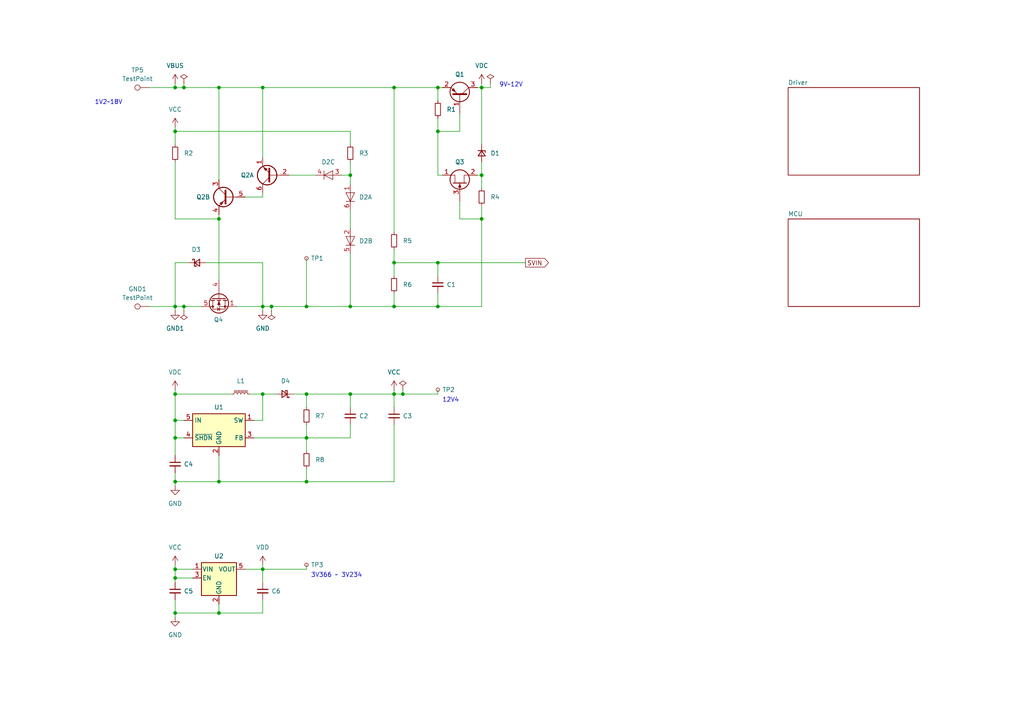
<source format=kicad_sch>
(kicad_sch (version 20231120) (generator "eeschema") (generator_version "8.0")
  (paper "A4")
  (title_block (title "ECOM ESC") (date "2023-11-07") (rev "1.0") (company "ECOM"))
  (lib_symbols
    (symbol "Connector:TestPoint" (pin_numbers hide) (pin_names (offset 0.762) hide)
      (property "Reference" "TP" (at 0 6.858 0))
      (property "Value" "TestPoint" (at 0 5.08 0))
      (symbol "TestPoint_0_1"
        (circle (center 0 3.302) (radius 0.762))
      )
      (symbol "TestPoint_1_1"
        (pin passive line (at 0 0 90) (length 2.54) (name "1") (number "1"))
      )
    )
    (symbol "Connector:TestPoint_Small" (pin_numbers hide) (pin_names (offset 0.762) hide)
      (property "Reference" "TP" (at 0 3.81 0))
      (property "Value" "TestPoint_Small" (at 0 2.032 0))
      (symbol "TestPoint_Small_0_1"
        (circle (center 0 0) (radius 0.508))
      )
      (symbol "TestPoint_Small_1_1"
        (pin passive line (at 0 0 90) (length 0) (name "1") (number "1"))
      )
    )
    (symbol "Device:Q_PNP_BEC" (pin_names (offset 0) hide)
      (property "Reference" "Q" (at 5.08 1.27 0))
      (property "Value" "Q_PNP_BEC" (at 5.08 -1.27 0))
      (symbol "Q_PNP_BEC_0_1"
        (polyline (pts (xy 0.635 0.635) (xy 2.54 2.54)))
        (polyline (pts (xy 0.635 -0.635) (xy 2.54 -2.54) (xy 2.54 -2.54)))
        (polyline (pts (xy 0.635 1.905) (xy 0.635 -1.905) (xy 0.635 -1.905)) (stroke (width 0.508)))
        (polyline (pts (xy 2.286 -1.778) (xy 1.778 -2.286) (xy 1.27 -1.27) (xy 2.286 -1.778) (xy 2.286 -1.778)) (fill (type outline)))
        (circle (center 1.27 0) (radius 2.8194) (stroke (width 0.254)))
      )
      (symbol "Q_PNP_BEC_1_1"
        (pin input line (at -5.08 0 0) (length 5.715) (name "B") (number "1"))
        (pin passive line (at 2.54 -5.08 90) (length 2.54) (name "E") (number "2"))
        (pin passive line (at 2.54 5.08 270) (length 2.54) (name "C") (number "3"))
      )
    )
    (symbol "LibProj:AP2204K-3.3" (pin_names (offset 0.254))
      (property "Reference" "U" (at -5.08 5.715 0))
      (property "Value" "AP2204K-3.3" (at 0 5.715 0))
      (symbol "AP2204K-3.3_0_1"
        (rectangle (start -5.08 4.445) (end 5.08 -5.08) (stroke (width 0.254)) (fill (type background)))
      )
      (symbol "AP2204K-3.3_1_1"
        (pin power_in line (at -7.62 2.54 0) (length 2.54) (name "VIN") (number "1"))
        (pin power_in line (at 0 -7.62 90) (length 2.54) (name "GND") (number "2"))
        (pin input line (at -7.62 0 0) (length 2.54) (name "EN") (number "3"))
        (pin no_connect line (at 5.08 0 180) (length 2.54) hide (name "NC") (number "4"))
        (pin power_out line (at 7.62 2.54 180) (length 2.54) (name "VOUT") (number "5"))
      )
    )
    (symbol "LibProj:AP3012"
      (property "Reference" "U" (at -7.62 5.715 0))
      (property "Value" "AP3012" (at 0 5.715 0))
      (symbol "AP3012_0_1"
        (rectangle (start -7.62 4.445) (end 7.62 -5.08) (stroke (width 0.254)) (fill (type background)))
      )
      (symbol "AP3012_1_1"
        (pin passive line (at 10.16 2.54 180) (length 2.54) (name "SW") (number "1"))
        (pin power_in line (at 0 -7.62 90) (length 2.54) (name "GND") (number "2"))
        (pin input line (at 10.16 -2.54 180) (length 2.54) (name "FB") (number "3"))
        (pin input line (at -10.16 -2.54 0) (length 2.54) (name "~{SHDN}") (number "4"))
        (pin power_in line (at -10.16 2.54 0) (length 2.54) (name "IN") (number "5"))
      )
    )
    (symbol "LibProj:CSD17578Q5A" (pin_names hide)
      (property "Reference" "Q" (at 5.08 1.905 0))
      (property "Value" "CSD17578Q5A" (at 5.08 0 0))
      (symbol "CSD17578Q5A_0_1"
        (polyline (pts (xy 0.254 0) (xy -2.54 0)))
        (polyline (pts (xy 0.254 1.905) (xy 0.254 -1.905)) (stroke (width 0.254)))
        (polyline (pts (xy 0.762 -1.27) (xy 0.762 -2.286)) (stroke (width 0.254)))
        (polyline (pts (xy 0.762 0.508) (xy 0.762 -0.508)) (stroke (width 0.254)))
        (polyline (pts (xy 0.762 2.286) (xy 0.762 1.27)) (stroke (width 0.254)))
        (polyline (pts (xy 2.54 2.54) (xy 2.54 1.778)))
        (polyline (pts (xy 2.54 -2.54) (xy 2.54 0) (xy 0.762 0)))
        (polyline (pts (xy 0.762 -1.778) (xy 3.302 -1.778) (xy 3.302 1.778) (xy 0.762 1.778)))
        (polyline (pts (xy 1.016 0) (xy 2.032 0.381) (xy 2.032 -0.381) (xy 1.016 0)) (fill (type outline)))
        (polyline (pts (xy 2.794 0.508) (xy 2.921 0.381) (xy 3.683 0.381) (xy 3.81 0.254)))
        (polyline (pts (xy 3.302 0.381) (xy 2.921 -0.254) (xy 3.683 -0.254) (xy 3.302 0.381)))
        (circle (center 1.651 0) (radius 2.794) (stroke (width 0.254)))
        (circle (center 2.54 -1.778) (radius 0.254) (fill (type outline)))
        (circle (center 2.54 1.778) (radius 0.254) (fill (type outline)))
      )
      (symbol "CSD17578Q5A_1_1"
        (pin passive line (at 2.54 -5.08 90) (length 2.54) (name "S") (number "1"))
        (pin passive line (at 2.54 -5.08 90) (length 2.54) hide (name "S") (number "2"))
        (pin passive line (at 2.54 -5.08 90) (length 2.54) hide (name "S") (number "3"))
        (pin passive line (at -5.08 0 0) (length 2.54) (name "G") (number "4"))
        (pin passive line (at 2.54 5.08 270) (length 2.54) (name "D") (number "5"))
      )
    )
    (symbol "LibProj:C_Small" (pin_numbers hide) (pin_names (offset 0.254) hide)
      (property "Reference" "C" (at 0.254 1.778 0))
      (property "Value" "C_Small" (at 0.254 -2.032 0))
      (symbol "C_Small_0_1"
        (polyline (pts (xy -1.524 -0.508) (xy 1.524 -0.508)) (stroke (width 0.3302)))
        (polyline (pts (xy -1.524 0.508) (xy 1.524 0.508)) (stroke (width 0.3048)))
      )
      (symbol "C_Small_1_1"
        (pin passive line (at 0 2.54 270) (length 2.032) (name "~") (number "1"))
        (pin passive line (at 0 -2.54 90) (length 2.032) (name "~") (number "2"))
      )
    )
    (symbol "LibProj:D_Schottky_Small" (pin_numbers hide) (pin_names (offset 0.254) hide)
      (property "Reference" "D" (at -1.27 2.032 0))
      (property "Value" "D_Schottky_Small" (at -7.112 -2.032 0))
      (symbol "D_Schottky_Small_0_1"
        (polyline (pts (xy -0.762 0) (xy 0.762 0)))
        (polyline (pts (xy 0.762 -1.016) (xy -0.762 0) (xy 0.762 1.016) (xy 0.762 -1.016)) (stroke (width 0.254)))
        (polyline (pts (xy -1.27 0.762) (xy -1.27 1.016) (xy -0.762 1.016) (xy -0.762 -1.016) (xy -0.254 -1.016) (xy -0.254 -0.762)) (stroke (width 0.254)))
      )
      (symbol "D_Schottky_Small_1_1"
        (pin passive line (at -2.54 0 0) (length 1.778) (name "K") (number "1"))
        (pin passive line (at 2.54 0 180) (length 1.778) (name "A") (number "2"))
      )
    )
    (symbol "LibProj:D_Zener_Small" (pin_numbers hide) (pin_names (offset 0.254) hide)
      (property "Reference" "D" (at 0 2.286 0))
      (property "Value" "D_Zener_Small" (at 0 -2.286 0))
      (symbol "D_Zener_Small_0_1"
        (polyline (pts (xy 0.762 0) (xy -0.762 0)))
        (polyline (pts (xy -0.254 1.016) (xy -0.762 1.016) (xy -0.762 -1.016)) (stroke (width 0.254)))
        (polyline (pts (xy 0.762 1.016) (xy -0.762 0) (xy 0.762 -1.016) (xy 0.762 1.016)) (stroke (width 0.254)))
      )
      (symbol "D_Zener_Small_1_1"
        (pin passive line (at -2.54 0 0) (length 1.778) (name "K") (number "1"))
        (pin passive line (at 2.54 0 180) (length 1.778) (name "A") (number "2"))
      )
    )
    (symbol "LibProj:L_Ferrite_Small" (pin_numbers hide) (pin_names (offset 0.254) hide)
      (property "Reference" "L" (at 1.27 1.016 0))
      (property "Value" "L_Ferrite_Small" (at 1.27 -1.27 0))
      (symbol "L_Ferrite_Small_0_1"
        (arc (start 0 -2.032) (mid 0.5058 -1.524) (end 0 -1.016))
        (arc (start 0 -1.016) (mid 0.5058 -0.508) (end 0 0))
        (polyline (pts (xy 0.762 -1.905) (xy 0.762 -1.651)))
        (polyline (pts (xy 0.762 -1.397) (xy 0.762 -1.143)))
        (polyline (pts (xy 0.762 -0.889) (xy 0.762 -0.635)))
        (polyline (pts (xy 0.762 -0.381) (xy 0.762 -0.127)))
        (polyline (pts (xy 0.762 0.127) (xy 0.762 0.381)))
        (polyline (pts (xy 0.762 0.635) (xy 0.762 0.889)))
        (polyline (pts (xy 0.762 1.143) (xy 0.762 1.397)))
        (polyline (pts (xy 0.762 1.651) (xy 0.762 1.905)))
        (polyline (pts (xy 1.016 -1.651) (xy 1.016 -1.905)))
        (polyline (pts (xy 1.016 -1.143) (xy 1.016 -1.397)))
        (polyline (pts (xy 1.016 -0.635) (xy 1.016 -0.889)))
        (polyline (pts (xy 1.016 -0.127) (xy 1.016 -0.381)))
        (polyline (pts (xy 1.016 0.381) (xy 1.016 0.127)))
        (polyline (pts (xy 1.016 0.889) (xy 1.016 0.635)))
        (polyline (pts (xy 1.016 1.397) (xy 1.016 1.143)))
        (polyline (pts (xy 1.016 1.905) (xy 1.016 1.651)))
        (arc (start 0 0) (mid 0.5058 0.508) (end 0 1.016))
        (arc (start 0 1.016) (mid 0.5058 1.524) (end 0 2.032))
      )
      (symbol "L_Ferrite_Small_1_1"
        (pin passive line (at 0 2.54 270) (length 0.508) (name "~") (number "1"))
        (pin passive line (at 0 -2.54 90) (length 0.508) (name "~") (number "2"))
      )
    )
    (symbol "LibProj:MMBD4448HTW" (pin_names (offset 1.016) hide)
      (property "Reference" "D" (at 0 2.54 0))
      (property "Value" "MMBD4448HTW" (at 0 -2.54 0))
      (symbol "MMBD4448HTW_0_1"
        (polyline (pts (xy -1.27 1.27) (xy -1.27 -1.27)) (stroke (width 0.1524)))
        (polyline (pts (xy 1.27 0) (xy -1.27 0)))
        (polyline (pts (xy 1.27 1.27) (xy 1.27 -1.27)))
        (polyline (pts (xy 1.27 1.27) (xy -1.27 0) (xy 1.27 -1.27)))
      )
      (symbol "MMBD4448HTW_1_1"
        (pin passive line (at 3.81 0 180) (length 2.54) (name "A") (number "1"))
        (pin passive line (at -3.81 0 0) (length 2.54) (name "K") (number "6"))
      )
      (symbol "MMBD4448HTW_2_1"
        (pin passive line (at 3.81 0 180) (length 2.54) (name "A") (number "2"))
        (pin passive line (at -3.81 0 0) (length 2.54) (name "K") (number "5"))
      )
      (symbol "MMBD4448HTW_3_1"
        (pin passive line (at 3.81 0 180) (length 2.54) (name "A") (number "3"))
        (pin passive line (at -3.81 0 0) (length 2.54) (name "K") (number "4"))
      )
    )
    (symbol "LibProj:Q_Dual_NPN_PNP_E1B1C2E2B2C1" (pin_names (offset 0) hide)
      (property "Reference" "Q" (at 5.08 1.27 0))
      (property "Value" "Q_Dual_NPN_PNP_E1B1C2E2B2C1" (at 5.08 -1.27 0))
      (symbol "Q_Dual_NPN_PNP_E1B1C2E2B2C1_0_1"
        (polyline (pts (xy 0.635 0) (xy -2.54 0)))
        (circle (center 1.27 0) (radius 2.8194) (stroke (width 0.254)))
        (circle (center 1.27 0) (radius 2.8194) (stroke (width 0.254)))
      )
      (symbol "Q_Dual_NPN_PNP_E1B1C2E2B2C1_1_1"
        (polyline (pts (xy 0.635 0.635) (xy 2.54 2.54)))
        (polyline (pts (xy 0.635 -0.635) (xy 2.54 -2.54) (xy 2.54 -2.54)))
        (polyline (pts (xy 0.635 1.905) (xy 0.635 -1.905) (xy 0.635 -1.905)) (stroke (width 0.508)))
        (polyline (pts (xy 1.27 -1.778) (xy 1.778 -1.27) (xy 2.286 -2.286) (xy 1.27 -1.778) (xy 1.27 -1.778)) (fill (type outline)))
        (pin passive line (at 2.54 -5.08 90) (length 2.54) (name "E1") (number "1"))
        (pin input line (at -5.08 0 0) (length 2.54) (name "B1") (number "2"))
        (pin passive line (at 2.54 5.08 270) (length 2.54) (name "C1") (number "6"))
      )
      (symbol "Q_Dual_NPN_PNP_E1B1C2E2B2C1_2_1"
        (polyline (pts (xy 0.635 0.635) (xy 2.54 2.54)))
        (polyline (pts (xy 0.635 -0.635) (xy 2.54 -2.54) (xy 2.54 -2.54)))
        (polyline (pts (xy 0.635 1.905) (xy 0.635 -1.905) (xy 0.635 -1.905)) (stroke (width 0.508)))
        (polyline (pts (xy 2.286 -1.778) (xy 1.778 -2.286) (xy 1.27 -1.27) (xy 2.286 -1.778) (xy 2.286 -1.778)) (fill (type outline)))
        (pin passive line (at 2.54 5.08 270) (length 2.54) (name "C2") (number "3"))
        (pin passive line (at 2.54 -5.08 90) (length 2.54) (name "E2") (number "4"))
        (pin input line (at -5.08 0 0) (length 2.54) (name "B2") (number "5"))
      )
    )
    (symbol "LibProj:Q_NJFET_DSG" (pin_names (offset 0) hide)
      (property "Reference" "Q" (at 5.08 1.27 0))
      (property "Value" "Q_NJFET_DSG" (at 5.08 -1.27 0))
      (symbol "Q_NJFET_DSG_0_1"
        (polyline (pts (xy 0.254 1.905) (xy 0.254 -1.905) (xy 0.254 -1.905)) (stroke (width 0.254)))
        (polyline (pts (xy 2.54 -2.54) (xy 2.54 -1.27) (xy 0.254 -1.27)))
        (polyline (pts (xy 2.54 2.54) (xy 2.54 1.397) (xy 0.254 1.397)))
        (polyline (pts (xy 0 0) (xy -1.016 0.381) (xy -1.016 -0.381) (xy 0 0)) (fill (type outline)))
        (circle (center 1.27 0) (radius 2.8194) (stroke (width 0.254)))
      )
      (symbol "Q_NJFET_DSG_1_1"
        (pin passive line (at 2.54 5.08 270) (length 2.54) (name "D") (number "1"))
        (pin passive line (at 2.54 -5.08 90) (length 2.54) (name "S") (number "2"))
        (pin input line (at -5.08 0 0) (length 5.334) (name "G") (number "3"))
      )
    )
    (symbol "LibProj:R_Small" (pin_numbers hide) (pin_names (offset 0.254) hide)
      (property "Reference" "R" (at 0.762 0.508 0))
      (property "Value" "R_Small" (at 0.762 -1.016 0))
      (symbol "R_Small_0_1"
        (rectangle (start -0.762 1.778) (end 0.762 -1.778) (stroke (width 0.2032)))
      )
      (symbol "R_Small_1_1"
        (pin passive line (at 0 2.54 270) (length 0.762) (name "~") (number "1"))
        (pin passive line (at 0 -2.54 90) (length 0.762) (name "~") (number "2"))
      )
    )
    (symbol "power:GND" (power) (pin_numbers hide) (pin_names (offset 0) hide)
      (property "Value" "GND" (at 0 -3.81 0))
      (symbol "GND_0_1"
        (polyline (pts (xy 0 0) (xy 0 -1.27) (xy 1.27 -1.27) (xy 0 -2.54) (xy -1.27 -1.27) (xy 0 -1.27)))
      )
      (symbol "GND_1_1"
        (pin power_in line (at 0 0 270) (length 0) (name "~") (number "1"))
      )
    )
    (symbol "power:GND1" (power) (pin_numbers hide) (pin_names (offset 0) hide)
      (property "Value" "GND1" (at 0 -3.81 0))
      (symbol "GND1_0_1"
        (polyline (pts (xy 0 0) (xy 0 -1.27) (xy 1.27 -1.27) (xy 0 -2.54) (xy -1.27 -1.27) (xy 0 -1.27)))
      )
      (symbol "GND1_1_1"
        (pin power_in line (at 0 0 270) (length 0) (name "~") (number "1"))
      )
    )
    (symbol "power:PWR_FLAG" (power) (pin_numbers hide) (pin_names (offset 0) hide)
      (property "Value" "PWR_FLAG" (at 0 3.81 0))
      (symbol "PWR_FLAG_0_0"
        (pin power_out line (at 0 0 90) (length 0) (name "~") (number "1"))
      )
      (symbol "PWR_FLAG_0_1"
        (polyline (pts (xy 0 0) (xy 0 1.27) (xy -1.016 1.905) (xy 0 2.54) (xy 1.016 1.905) (xy 0 1.27)))
      )
    )
    (symbol "power:VBUS" (power) (pin_numbers hide) (pin_names (offset 0) hide)
      (property "Value" "VBUS" (at 0 3.556 0))
      (symbol "VBUS_0_1"
        (polyline (pts (xy -0.762 1.27) (xy 0 2.54)))
        (polyline (pts (xy 0 0) (xy 0 2.54)))
        (polyline (pts (xy 0 2.54) (xy 0.762 1.27)))
      )
      (symbol "VBUS_1_1"
        (pin power_in line (at 0 0 90) (length 0) (name "~") (number "1"))
      )
    )
    (symbol "power:VCC" (power) (pin_numbers hide) (pin_names (offset 0) hide)
      (property "Value" "VCC" (at 0 3.556 0))
      (symbol "VCC_0_1"
        (polyline (pts (xy -0.762 1.27) (xy 0 2.54)))
        (polyline (pts (xy 0 0) (xy 0 2.54)))
        (polyline (pts (xy 0 2.54) (xy 0.762 1.27)))
      )
      (symbol "VCC_1_1"
        (pin power_in line (at 0 0 90) (length 0) (name "~") (number "1"))
      )
    )
    (symbol "power:VDC" (power) (pin_numbers hide) (pin_names (offset 0) hide)
      (property "Value" "VDC" (at 0 3.556 0))
      (symbol "VDC_0_1"
        (polyline (pts (xy -0.762 1.27) (xy 0 2.54)))
        (polyline (pts (xy 0 0) (xy 0 2.54)))
        (polyline (pts (xy 0 2.54) (xy 0.762 1.27)))
      )
      (symbol "VDC_1_1"
        (pin power_in line (at 0 0 90) (length 0) (name "~") (number "1"))
      )
    )
    (symbol "power:VDD" (power) (pin_numbers hide) (pin_names (offset 0) hide)
      (property "Value" "VDD" (at 0 3.556 0))
      (symbol "VDD_0_1"
        (polyline (pts (xy -0.762 1.27) (xy 0 2.54)))
        (polyline (pts (xy 0 0) (xy 0 2.54)))
        (polyline (pts (xy 0 2.54) (xy 0.762 1.27)))
      )
      (symbol "VDD_1_1"
        (pin power_in line (at 0 0 90) (length 0) (name "~") (number "1"))
      )
    )
  )
  (junction (at 88.9 127))
  (junction (at 50.8 139.7))
  (junction (at 127 25.4))
  (junction (at 139.7 50.8))
  (junction (at 76.2 114.3))
  (junction (at 127 76.2))
  (junction (at 127 38.1))
  (junction (at 53.34 25.4))
  (junction (at 127 88.9))
  (junction (at 53.34 88.9))
  (junction (at 50.8 177.8))
  (junction (at 88.9 88.9))
  (junction (at 116.84 114.3))
  (junction (at 88.9 139.7))
  (junction (at 114.3 88.9))
  (junction (at 63.5 139.7))
  (junction (at 76.2 88.9))
  (junction (at 50.8 38.1))
  (junction (at 50.8 114.3))
  (junction (at 114.3 76.2))
  (junction (at 50.8 167.64))
  (junction (at 76.2 25.4))
  (junction (at 101.6 114.3))
  (junction (at 50.8 88.9))
  (junction (at 76.2 165.1))
  (junction (at 50.8 121.92))
  (junction (at 114.3 25.4))
  (junction (at 78.74 88.9))
  (junction (at 50.8 127))
  (junction (at 101.6 50.8))
  (junction (at 63.5 177.8))
  (junction (at 101.6 88.9))
  (junction (at 88.9 114.3))
  (junction (at 50.8 25.4))
  (junction (at 139.7 25.4))
  (junction (at 114.3 114.3))
  (junction (at 63.5 63.5))
  (junction (at 63.5 25.4))
  (junction (at 50.8 165.1))
  (junction (at 139.7 63.5))
  (wire (pts (xy 50.8 177.8) (xy 50.8 173.99)))
  (wire (pts (xy 114.3 76.2) (xy 114.3 80.01)))
  (wire (pts (xy 50.8 137.16) (xy 50.8 139.7)))
  (wire (pts (xy 50.8 63.5) (xy 63.5 63.5)))
  (wire (pts (xy 101.6 118.11) (xy 101.6 114.3)))
  (wire (pts (xy 88.9 88.9) (xy 101.6 88.9)))
  (wire (pts (xy 43.18 88.9) (xy 50.8 88.9)))
  (wire (pts (xy 101.6 50.8) (xy 101.6 53.34)))
  (wire (pts (xy 72.39 114.3) (xy 76.2 114.3)))
  (wire (pts (xy 114.3 88.9) (xy 127 88.9)))
  (wire (pts (xy 78.74 88.9) (xy 88.9 88.9)))
  (wire (pts (xy 50.8 25.4) (xy 53.34 25.4)))
  (wire (pts (xy 53.34 24.13) (xy 53.34 25.4)))
  (wire (pts (xy 114.3 123.19) (xy 114.3 139.7)))
  (wire (pts (xy 114.3 85.09) (xy 114.3 88.9)))
  (wire (pts (xy 50.8 76.2) (xy 50.8 88.9)))
  (wire (pts (xy 68.58 88.9) (xy 76.2 88.9)))
  (wire (pts (xy 76.2 177.8) (xy 63.5 177.8)))
  (wire (pts (xy 76.2 173.99) (xy 76.2 177.8)))
  (wire (pts (xy 127 113.03) (xy 127 114.3)))
  (wire (pts (xy 50.8 25.4) (xy 50.8 24.13)))
  (wire (pts (xy 101.6 73.66) (xy 101.6 88.9)))
  (wire (pts (xy 88.9 135.89) (xy 88.9 139.7)))
  (wire (pts (xy 71.12 57.15) (xy 76.2 57.15)))
  (wire (pts (xy 63.5 177.8) (xy 50.8 177.8)))
  (wire (pts (xy 133.35 33.02) (xy 133.35 38.1)))
  (wire (pts (xy 133.35 58.42) (xy 133.35 63.5)))
  (wire (pts (xy 73.66 127) (xy 88.9 127)))
  (wire (pts (xy 50.8 167.64) (xy 55.88 167.64)))
  (wire (pts (xy 76.2 25.4) (xy 114.3 25.4)))
  (wire (pts (xy 50.8 88.9) (xy 53.34 88.9)))
  (wire (pts (xy 142.24 24.13) (xy 142.24 25.4)))
  (wire (pts (xy 127 38.1) (xy 127 50.8)))
  (wire (pts (xy 114.3 76.2) (xy 127 76.2)))
  (wire (pts (xy 50.8 165.1) (xy 50.8 167.64)))
  (wire (pts (xy 114.3 139.7) (xy 88.9 139.7)))
  (wire (pts (xy 50.8 46.99) (xy 50.8 63.5)))
  (wire (pts (xy 101.6 123.19) (xy 101.6 127)))
  (wire (pts (xy 50.8 36.83) (xy 50.8 38.1)))
  (wire (pts (xy 142.24 25.4) (xy 139.7 25.4)))
  (wire (pts (xy 76.2 165.1) (xy 88.9 165.1)))
  (wire (pts (xy 43.18 25.4) (xy 50.8 25.4)))
  (wire (pts (xy 50.8 177.8) (xy 50.8 179.07)))
  (wire (pts (xy 63.5 25.4) (xy 63.5 52.07)))
  (wire (pts (xy 139.7 54.61) (xy 139.7 50.8)))
  (wire (pts (xy 139.7 63.5) (xy 139.7 88.9)))
  (wire (pts (xy 127 34.29) (xy 127 38.1)))
  (wire (pts (xy 128.27 50.8) (xy 127 50.8)))
  (wire (pts (xy 50.8 38.1) (xy 101.6 38.1)))
  (wire (pts (xy 53.34 127) (xy 50.8 127)))
  (wire (pts (xy 139.7 46.99) (xy 139.7 50.8)))
  (wire (pts (xy 76.2 45.72) (xy 76.2 25.4)))
  (wire (pts (xy 139.7 25.4) (xy 139.7 41.91)))
  (wire (pts (xy 50.8 121.92) (xy 53.34 121.92)))
  (wire (pts (xy 139.7 59.69) (xy 139.7 63.5)))
  (wire (pts (xy 116.84 114.3) (xy 114.3 114.3)))
  (wire (pts (xy 63.5 63.5) (xy 63.5 81.28)))
  (wire (pts (xy 78.74 88.9) (xy 78.74 90.17)))
  (wire (pts (xy 139.7 25.4) (xy 138.43 25.4)))
  (wire (pts (xy 127 88.9) (xy 139.7 88.9)))
  (wire (pts (xy 88.9 114.3) (xy 101.6 114.3)))
  (wire (pts (xy 76.2 25.4) (xy 63.5 25.4)))
  (wire (pts (xy 71.12 165.1) (xy 76.2 165.1)))
  (wire (pts (xy 114.3 118.11) (xy 114.3 114.3)))
  (wire (pts (xy 63.5 175.26) (xy 63.5 177.8)))
  (wire (pts (xy 76.2 88.9) (xy 76.2 90.17)))
  (wire (pts (xy 88.9 118.11) (xy 88.9 114.3)))
  (wire (pts (xy 76.2 165.1) (xy 76.2 168.91)))
  (wire (pts (xy 50.8 167.64) (xy 50.8 168.91)))
  (wire (pts (xy 76.2 114.3) (xy 76.2 121.92)))
  (wire (pts (xy 50.8 41.91) (xy 50.8 38.1)))
  (wire (pts (xy 114.3 25.4) (xy 114.3 67.31)))
  (wire (pts (xy 50.8 114.3) (xy 50.8 121.92)))
  (wire (pts (xy 127 76.2) (xy 152.4 76.2)))
  (wire (pts (xy 133.35 38.1) (xy 127 38.1)))
  (wire (pts (xy 101.6 46.99) (xy 101.6 50.8)))
  (wire (pts (xy 114.3 72.39) (xy 114.3 76.2)))
  (wire (pts (xy 127 80.01) (xy 127 76.2)))
  (wire (pts (xy 50.8 88.9) (xy 50.8 90.17)))
  (wire (pts (xy 54.61 76.2) (xy 50.8 76.2)))
  (wire (pts (xy 127 85.09) (xy 127 88.9)))
  (wire (pts (xy 88.9 127) (xy 101.6 127)))
  (wire (pts (xy 63.5 139.7) (xy 63.5 132.08)))
  (wire (pts (xy 88.9 114.3) (xy 85.09 114.3)))
  (wire (pts (xy 127 25.4) (xy 127 29.21)))
  (wire (pts (xy 50.8 121.92) (xy 50.8 127)))
  (wire (pts (xy 114.3 113.03) (xy 114.3 114.3)))
  (wire (pts (xy 50.8 139.7) (xy 50.8 140.97)))
  (wire (pts (xy 83.82 50.8) (xy 91.44 50.8)))
  (wire (pts (xy 99.06 50.8) (xy 101.6 50.8)))
  (wire (pts (xy 76.2 163.83) (xy 76.2 165.1)))
  (wire (pts (xy 53.34 88.9) (xy 53.34 90.17)))
  (wire (pts (xy 101.6 88.9) (xy 114.3 88.9)))
  (wire (pts (xy 114.3 25.4) (xy 127 25.4)))
  (wire (pts (xy 114.3 114.3) (xy 101.6 114.3)))
  (wire (pts (xy 50.8 163.83) (xy 50.8 165.1)))
  (wire (pts (xy 50.8 127) (xy 50.8 132.08)))
  (wire (pts (xy 76.2 114.3) (xy 80.01 114.3)))
  (wire (pts (xy 73.66 121.92) (xy 76.2 121.92)))
  (wire (pts (xy 76.2 55.88) (xy 76.2 57.15)))
  (wire (pts (xy 76.2 76.2) (xy 76.2 88.9)))
  (wire (pts (xy 53.34 88.9) (xy 58.42 88.9)))
  (wire (pts (xy 88.9 163.83) (xy 88.9 165.1)))
  (wire (pts (xy 127 25.4) (xy 128.27 25.4)))
  (wire (pts (xy 53.34 25.4) (xy 63.5 25.4)))
  (wire (pts (xy 50.8 139.7) (xy 63.5 139.7)))
  (wire (pts (xy 76.2 88.9) (xy 78.74 88.9)))
  (wire (pts (xy 67.31 114.3) (xy 50.8 114.3)))
  (wire (pts (xy 133.35 63.5) (xy 139.7 63.5)))
  (wire (pts (xy 88.9 123.19) (xy 88.9 127)))
  (wire (pts (xy 59.69 76.2) (xy 76.2 76.2)))
  (wire (pts (xy 116.84 114.3) (xy 127 114.3)))
  (wire (pts (xy 88.9 127) (xy 88.9 130.81)))
  (wire (pts (xy 63.5 62.23) (xy 63.5 63.5)))
  (wire (pts (xy 116.84 113.03) (xy 116.84 114.3)))
  (wire (pts (xy 88.9 139.7) (xy 63.5 139.7)))
  (wire (pts (xy 101.6 60.96) (xy 101.6 66.04)))
  (wire (pts (xy 139.7 24.13) (xy 139.7 25.4)))
  (wire (pts (xy 139.7 50.8) (xy 138.43 50.8)))
  (wire (pts (xy 88.9 74.93) (xy 88.9 88.9)))
  (wire (pts (xy 55.88 165.1) (xy 50.8 165.1)))
  (wire (pts (xy 50.8 113.03) (xy 50.8 114.3)))
  (wire (pts (xy 101.6 38.1) (xy 101.6 41.91)))
  (text "3V366 ~ 3V234" (at 90.17 167.64 0) (effects (font (size 1.27 1.27)) (justify left bottom)))
  (text "9V~12V" (at 144.78 25.4 0) (effects (font (size 1.27 1.27)) (justify left bottom)))
  (text "1V2~18V" (at 35.56 30.48 0) (effects (font (size 1.27 1.27)) (justify right bottom)))
  (text "12V4" (at 128.27 116.84 0) (effects (font (size 1.27 1.27)) (justify left bottom)))
  (global_label "SVIN" (shape output) (at 152.4 76.2 0) (property "Intersheetrefs" "${INTERSHEET_REFS}" (effects (hide yes))))
  (symbol (lib_id "LibProj:R_Small") (at 101.6 44.45 0) (unit 1)
    (property "Reference" "R3" (at 104.14 44.45 0) (effects (justify left)))
    (property "Value" "4k7" (effects (hide yes)))
    (property "Footprint" "Resistor_SMD:R_0402_1005Metric" (effects (hide yes)))
    (property "Description" "Resistor, small symbol" (effects (hide yes)))
    (property "JLCPCB Part #" "C25900" (effects (hide yes)))
    (property "Rating" "62.5mW - ±1%" (effects (hide yes)))
  )
  (symbol (lib_id "power:PWR_FLAG") (at 53.34 24.13 0) (unit 1)
    (property "Reference" "#FLG01" (effects (hide yes)))
    (property "Value" "PWR_FLAG" (effects (hide yes)))
    (property "Description" "Special symbol for telling ERC where power comes from" (effects (hide yes)))
  )
  (symbol (lib_id "LibProj:CSD17578Q5A") (at 63.5 86.36 90) (mirror x) (unit 1)
    (property "Reference" "Q4" (at 64.77 92.71 90) (effects (justify left)))
    (property "Value" "AON7418" (effects (hide yes)))
    (property "Footprint" "Package_TO_SOT_SMD:TDSON-8-1" (effects (hide yes)))
    (property "Datasheet" "http://www.ti.com/lit/gpn/csd17578q5a" (effects (hide yes)))
    (property "Description" "25A Id, 30V Vds, NexFET N-Channel Power MOSFET, 6.9mOhm Ron, Qg (typ) 7.9nC, SON8 5x6mm" (effects (hide yes)))
    (property "JLCPCB Part #" "C74384" (effects (hide yes)))
  )
  (symbol (lib_id "LibProj:MMBD4448HTW") (at 101.6 69.85 90) (unit 2)
    (property "Reference" "D2" (at 104.14 69.8881 90) (effects (justify right)))
    (property "Value" "MMBD4448HTW" (effects (hide yes)))
    (property "Footprint" "Package_TO_SOT_SMD:SOT-363_SC-70-6" (effects (hide yes)))
    (property "Datasheet" "http://www.diodes.com/datasheets/ds30153.pdf" (effects (hide yes)))
    (property "Description" "Fast switching diode array 3 independent" (effects (hide yes)))
    (property "JLCPCB Part #" "C435910" (effects (hide yes)))
  )
  (symbol (lib_id "power:GND") (at 76.2 90.17 0) (unit 1)
    (property "Reference" "#PWR05" (effects (hide yes)))
    (property "Value" "GND" (at 76.2 95.25 0))
    (property "Description" "Power symbol creates a global label with name \"GND\" , ground" (effects (hide yes)))
  )
  (symbol (lib_id "power:PWR_FLAG") (at 142.24 24.13 0) (unit 1)
    (property "Reference" "#FLG02" (effects (hide yes)))
    (property "Value" "PWR_FLAG" (effects (hide yes)))
    (property "Description" "Special symbol for telling ERC where power comes from" (effects (hide yes)))
  )
  (symbol (lib_id "LibProj:R_Small") (at 50.8 44.45 0) (unit 1)
    (property "Reference" "R2" (at 53.34 44.45 0) (effects (justify left)))
    (property "Value" "2k2" (effects (hide yes)))
    (property "Footprint" "Resistor_SMD:R_0402_1005Metric" (effects (hide yes)))
    (property "Description" "Resistor, small symbol" (effects (hide yes)))
    (property "JLCPCB Part #" "C25879" (effects (hide yes)))
    (property "Rating" "62.5mW - ±1%" (effects (hide yes)))
  )
  (symbol (lib_id "power:GND") (at 50.8 140.97 0) (unit 1)
    (property "Reference" "#PWR08" (effects (hide yes)))
    (property "Value" "GND" (at 50.8 146.05 0))
    (property "Description" "Power symbol creates a global label with name \"GND\" , ground" (effects (hide yes)))
  )
  (symbol (lib_id "power:VCC") (at 114.3 113.03 0) (unit 1)
    (property "Reference" "#PWR07" (effects (hide yes)))
    (property "Value" "VCC" (at 114.3 107.95 0))
    (property "Description" "Power symbol creates a global label with name \"VCC\"" (effects (hide yes)))
  )
  (symbol (lib_id "LibProj:AP2204K-3.3") (at 63.5 167.64 0) (unit 1)
    (property "Reference" "U2" (at 63.5 161.29 0))
    (property "Value" "AP2210K-3.3TRG1" (effects (hide yes)))
    (property "Footprint" "Package_TO_SOT_SMD:SOT-23-5" (effects (hide yes)))
    (property "Datasheet" "https://www.diodes.com/assets/Datasheets/AP2204.pdf" (effects (hide yes)))
    (property "Description" "150mA low dropout linear regulator, wide input voltage range, 3.3V fixed positive output, SOT-23-5" (effects (hide yes)))
    (property "JLCPCB Part #" "C176959" (effects (hide yes)))
  )
  (symbol (lib_id "LibProj:C_Small") (at 76.2 171.45 0) (unit 1)
    (property "Reference" "C6" (at 78.74 171.4563 0) (effects (justify left)))
    (property "Value" "2.2uF" (effects (hide yes)))
    (property "Footprint" "Capacitor_SMD:C_0603_1608Metric" (effects (hide yes)))
    (property "Description" "Unpolarized capacitor, small symbol" (effects (hide yes)))
    (property "JLCPCB Part #" "C23630" (effects (hide yes)))
    (property "Rating" "X5R - 16V - ±10%" (effects (hide yes)))
  )
  (symbol (lib_id "power:VCC") (at 50.8 163.83 0) (unit 1)
    (property "Reference" "#PWR09" (effects (hide yes)))
    (property "Value" "VCC" (at 50.8 158.75 0))
    (property "Description" "Power symbol creates a global label with name \"VCC\"" (effects (hide yes)))
  )
  (symbol (lib_id "LibProj:R_Small") (at 88.9 120.65 0) (unit 1)
    (property "Reference" "R7" (at 91.44 120.65 0) (effects (justify left)))
    (property "Value" "91k" (effects (hide yes)))
    (property "Footprint" "Resistor_SMD:R_0402_1005Metric" (effects (hide yes)))
    (property "Description" "Resistor, small symbol" (effects (hide yes)))
    (property "JLCPCB Part #" "C4147" (effects (hide yes)))
    (property "Rating" "62.5mW - ±1%" (effects (hide yes)))
  )
  (symbol (lib_id "power:GND1") (at 50.8 90.17 0) (unit 1)
    (property "Reference" "#PWR04" (effects (hide yes)))
    (property "Value" "GND1" (at 50.8 95.25 0))
    (property "Description" "Power symbol creates a global label with name \"GND1\" , ground" (effects (hide yes)))
  )
  (symbol (lib_id "LibProj:Q_Dual_NPN_PNP_E1B1C2E2B2C1") (at 78.74 50.8 180) (unit 1)
    (property "Reference" "Q2" (at 73.66 50.8 0) (effects (justify left)))
    (property "Value" "EMZ1T2R" (effects (hide yes)))
    (property "Footprint" "Package_TO_SOT_SMD:SOT-563" (effects (hide yes)))
    (property "Description" "Dual NPN/PNP transistor, 6 pin package" (effects (hide yes)))
    (property "JLCPCB Part #" "C510332" (effects (hide yes)))
  )
  (symbol (lib_id "Connector:TestPoint_Small") (at 127 113.03 0) (unit 1)
    (property "Reference" "TP2" (at 128.27 113.03 0) (effects (justify left)))
    (property "Value" "TestPoint_Small" (effects (hide yes)))
    (property "Footprint" "TestPoint:TestPoint_Pad_D1.0mm" (effects (hide yes)))
    (property "Description" "test point" (effects (hide yes)))
  )
  (symbol (lib_id "power:PWR_FLAG") (at 53.34 90.17 180) (unit 1)
    (property "Reference" "#FLG03" (effects (hide yes)))
    (property "Value" "PWR_FLAG" (effects (hide yes)))
    (property "Description" "Special symbol for telling ERC where power comes from" (effects (hide yes)))
  )
  (symbol (lib_id "Connector:TestPoint") (at 43.18 25.4 90) (unit 1)
    (property "Reference" "TP5" (at 39.878 20.32 90))
    (property "Value" "TestPoint" (at 39.878 22.86 90))
    (property "Footprint" "TestPoint:TestPoint_Pad_2.5x2.5mm" (effects (hide yes)))
    (property "Description" "test point" (effects (hide yes)))
  )
  (symbol (lib_id "power:PWR_FLAG") (at 78.74 90.17 180) (unit 1)
    (property "Reference" "#FLG04" (effects (hide yes)))
    (property "Value" "PWR_FLAG" (effects (hide yes)))
    (property "Description" "Special symbol for telling ERC where power comes from" (effects (hide yes)))
  )
  (symbol (lib_id "LibProj:C_Small") (at 101.6 120.65 0) (unit 1)
    (property "Reference" "C2" (at 104.14 120.6563 0) (effects (justify left)))
    (property "Value" "10pF" (effects (hide yes)))
    (property "Footprint" "Capacitor_SMD:C_0402_1005Metric" (effects (hide yes)))
    (property "Description" "Unpolarized capacitor, small symbol" (effects (hide yes)))
    (property "JLCPCB Part #" "C32949 " (effects (hide yes)))
    (property "Rating" "C0G - 50V - ±5%" (effects (hide yes)))
  )
  (symbol (lib_id "power:VDC") (at 50.8 113.03 0) (unit 1)
    (property "Reference" "#PWR06" (effects (hide yes)))
    (property "Value" "VDC" (at 50.8 107.95 0))
    (property "Description" "Power symbol creates a global label with name \"VDC\"" (effects (hide yes)))
  )
  (symbol (lib_id "LibProj:R_Small") (at 88.9 133.35 0) (unit 1)
    (property "Reference" "R8" (at 91.44 133.35 0) (effects (justify left)))
    (property "Value" "10k" (effects (hide yes)))
    (property "Footprint" "Resistor_SMD:R_0402_1005Metric" (effects (hide yes)))
    (property "Description" "Resistor, small symbol" (effects (hide yes)))
    (property "JLCPCB Part #" "C25744" (effects (hide yes)))
    (property "Rating" "62.5mW - ±1%" (effects (hide yes)))
  )
  (symbol (lib_id "Connector:TestPoint") (at 43.18 88.9 90) (unit 1)
    (property "Reference" "GND1" (at 39.878 83.82 90))
    (property "Value" "TestPoint" (at 39.878 86.36 90))
    (property "Footprint" "TestPoint:TestPoint_Pad_2.5x2.5mm" (effects (hide yes)))
    (property "Description" "test point" (effects (hide yes)))
  )
  (symbol (lib_id "LibProj:R_Small") (at 114.3 69.85 0) (unit 1)
    (property "Reference" "R5" (at 116.84 69.85 0) (effects (justify left)))
    (property "Value" "10k" (effects (hide yes)))
    (property "Footprint" "Resistor_SMD:R_0402_1005Metric" (effects (hide yes)))
    (property "Description" "Resistor, small symbol" (effects (hide yes)))
    (property "JLCPCB Part #" "C25744" (effects (hide yes)))
    (property "Rating" "62.5mW - ±1%" (effects (hide yes)))
  )
  (symbol (lib_id "Connector:TestPoint_Small") (at 88.9 74.93 0) (unit 1)
    (property "Reference" "TP1" (at 90.17 74.93 0) (effects (justify left)))
    (property "Value" "TestPoint_Small" (effects (hide yes)))
    (property "Footprint" "TestPoint:TestPoint_Pad_D1.0mm" (effects (hide yes)))
    (property "Description" "test point" (effects (hide yes)))
  )
  (symbol (lib_id "LibProj:C_Small") (at 127 82.55 0) (unit 1)
    (property "Reference" "C1" (at 129.54 82.5563 0) (effects (justify left)))
    (property "Value" "100nF" (effects (hide yes)))
    (property "Footprint" "Capacitor_SMD:C_0402_1005Metric" (effects (hide yes)))
    (property "Description" "Unpolarized capacitor, small symbol" (effects (hide yes)))
    (property "JLCPCB Part #" "C1525" (effects (hide yes)))
    (property "Rating" "X7R - 16V - ±10%" (effects (hide yes)))
  )
  (symbol (lib_id "power:VDD") (at 76.2 163.83 0) (unit 1)
    (property "Reference" "#PWR010" (effects (hide yes)))
    (property "Value" "VDD" (at 76.2 158.75 0))
    (property "Description" "Power symbol creates a global label with name \"VDD\"" (effects (hide yes)))
  )
  (symbol (lib_id "LibProj:C_Small") (at 50.8 134.62 0) (unit 1)
    (property "Reference" "C4" (at 53.34 134.6263 0) (effects (justify left)))
    (property "Value" "2.2uF" (effects (hide yes)))
    (property "Footprint" "Capacitor_SMD:C_0603_1608Metric" (effects (hide yes)))
    (property "Description" "Unpolarized capacitor, small symbol" (effects (hide yes)))
    (property "JLCPCB Part #" "C23630" (effects (hide yes)))
    (property "Rating" "X5R - 16V - ±10%" (effects (hide yes)))
  )
  (symbol (lib_id "LibProj:C_Small") (at 114.3 120.65 0) (unit 1)
    (property "Reference" "C3" (at 116.84 120.6563 0) (effects (justify left)))
    (property "Value" "1uF" (effects (hide yes)))
    (property "Footprint" "Capacitor_SMD:C_0603_1608Metric" (effects (hide yes)))
    (property "Description" "Unpolarized capacitor, small symbol" (effects (hide yes)))
    (property "JLCPCB Part #" "C15849" (effects (hide yes)))
    (property "Rating" "X5R - 50V - ±10%" (effects (hide yes)))
  )
  (symbol (lib_id "LibProj:R_Small") (at 114.3 82.55 0) (unit 1)
    (property "Reference" "R6" (at 116.84 82.55 0) (effects (justify left)))
    (property "Value" "2k2" (effects (hide yes)))
    (property "Footprint" "Resistor_SMD:R_0402_1005Metric" (effects (hide yes)))
    (property "Description" "Resistor, small symbol" (effects (hide yes)))
    (property "JLCPCB Part #" "C25879" (effects (hide yes)))
    (property "Rating" "62.5mW - ±1%" (effects (hide yes)))
  )
  (symbol (lib_id "LibProj:D_Zener_Small") (at 139.7 44.45 270) (unit 1)
    (property "Reference" "D1" (at 142.24 44.45 90) (effects (justify left)))
    (property "Value" "BZX584C8V2" (effects (hide yes)))
    (property "Footprint" "Diode_SMD:D_SOD-523" (effects (hide yes)))
    (property "Description" "Zener diode, small symbol" (effects (hide yes)))
    (property "JLCPCB Part #" "C2991969" (effects (hide yes)))
  )
  (symbol (lib_id "LibProj:C_Small") (at 50.8 171.45 0) (unit 1)
    (property "Reference" "C5" (at 53.34 171.4563 0) (effects (justify left)))
    (property "Value" "1uF" (effects (hide yes)))
    (property "Footprint" "Capacitor_SMD:C_0603_1608Metric" (effects (hide yes)))
    (property "Description" "Unpolarized capacitor, small symbol" (effects (hide yes)))
    (property "JLCPCB Part #" "C15849" (effects (hide yes)))
    (property "Rating" "X5R - 50V - ±10%" (effects (hide yes)))
  )
  (symbol (lib_id "LibProj:R_Small") (at 127 31.75 0) (unit 1)
    (property "Reference" "R1" (at 129.54 31.75 0) (effects (justify left)))
    (property "Value" "10k" (effects (hide yes)))
    (property "Footprint" "Resistor_SMD:R_0402_1005Metric" (effects (hide yes)))
    (property "Description" "Resistor, small symbol" (effects (hide yes)))
    (property "JLCPCB Part #" "C25744" (effects (hide yes)))
    (property "Rating" "62.5mW - ±1%" (effects (hide yes)))
  )
  (symbol (lib_id "Device:Q_PNP_BEC") (at 133.35 27.94 270) (mirror x) (unit 1)
    (property "Reference" "Q1" (at 133.35 21.59 90))
    (property "Value" "FMMT718" (effects (hide yes)))
    (property "Footprint" "Package_TO_SOT_SMD:SOT-23" (effects (hide yes)))
    (property "Description" "PNP transistor, base/emitter/collector" (effects (hide yes)))
    (property "JLCPCB Part #" "C2910189" (effects (hide yes)))
  )
  (symbol (lib_id "power:VCC") (at 50.8 36.83 0) (unit 1)
    (property "Reference" "#PWR03" (effects (hide yes)))
    (property "Value" "VCC" (at 50.8 31.75 0))
    (property "Description" "Power symbol creates a global label with name \"VCC\"" (effects (hide yes)))
  )
  (symbol (lib_id "LibProj:R_Small") (at 139.7 57.15 0) (unit 1)
    (property "Reference" "R4" (at 142.24 57.15 0) (effects (justify left)))
    (property "Value" "330R" (effects (hide yes)))
    (property "Footprint" "Resistor_SMD:R_0402_1005Metric" (effects (hide yes)))
    (property "Description" "Resistor, small symbol" (effects (hide yes)))
    (property "JLCPCB Part #" "C25104" (effects (hide yes)))
    (property "Rating" "62.5mW - ±1%" (effects (hide yes)))
  )
  (symbol (lib_id "power:VDC") (at 139.7 24.13 0) (unit 1)
    (property "Reference" "#PWR02" (effects (hide yes)))
    (property "Value" "VDC" (at 139.7 19.05 0))
    (property "Description" "Power symbol creates a global label with name \"VDC\"" (effects (hide yes)))
  )
  (symbol (lib_id "LibProj:Q_Dual_NPN_PNP_E1B1C2E2B2C1") (at 66.04 57.15 0) (mirror y) (unit 2)
    (property "Reference" "Q2" (at 60.96 57.15 0) (effects (justify left)))
    (property "Value" "EMZ1T2R" (effects (hide yes)))
    (property "Footprint" "Package_TO_SOT_SMD:SOT-563" (effects (hide yes)))
    (property "Description" "Dual NPN/PNP transistor, 6 pin package" (effects (hide yes)))
    (property "JLCPCB Part #" "C510332" (effects (hide yes)))
  )
  (symbol (lib_id "LibProj:L_Ferrite_Small") (at 69.85 114.3 90) (unit 1)
    (property "Reference" "L1" (at 69.85 110.49 90))
    (property "Value" "10uH" (effects (hide yes)))
    (property "Footprint" "Inductor_SMD:L_Taiyo-Yuden_MD-2020" (effects (hide yes)))
    (property "Description" "Inductor with ferrite core, small symbol" (effects (hide yes)))
    (property "JLCPCB Part #" "C207862" (effects (hide yes)))
    (property "Rating" "750mA - ±20%" (effects (hide yes)))
  )
  (symbol (lib_id "LibProj:D_Schottky_Small") (at 82.55 114.3 180) (unit 1)
    (property "Reference" "D4" (at 82.804 110.49 0))
    (property "Value" "RB521SM-40T2R" (effects (hide yes)))
    (property "Footprint" "Diode_SMD:D_SOD-523" (effects (hide yes)))
    (property "Description" "Schottky diode, small symbol" (effects (hide yes)))
    (property "JLCPCB Part #" "C253516" (effects (hide yes)))
  )
  (symbol (lib_id "power:PWR_FLAG") (at 116.84 113.03 0) (unit 1)
    (property "Reference" "#FLG05" (effects (hide yes)))
    (property "Value" "PWR_FLAG" (effects (hide yes)))
    (property "Description" "Special symbol for telling ERC where power comes from" (effects (hide yes)))
  )
  (symbol (lib_id "LibProj:Q_NJFET_DSG") (at 133.35 53.34 90) (unit 1)
    (property "Reference" "Q3" (at 133.35 46.99 90))
    (property "Value" "MMBFJ309" (effects (hide yes)))
    (property "Footprint" "Package_TO_SOT_SMD:SOT-23" (effects (hide yes)))
    (property "Description" "N-JFET transistor, drain/source/gate" (effects (hide yes)))
    (property "JLCPCB Part #" "C58012" (effects (hide yes)))
  )
  (symbol (lib_id "LibProj:D_Schottky_Small") (at 57.15 76.2 0) (unit 1)
    (property "Reference" "D3" (at 56.896 72.39 0))
    (property "Value" "PMEG3030EP" (effects (hide yes)))
    (property "Footprint" "Diode_SMD:D_SOD-128" (effects (hide yes)))
    (property "Description" "Schottky diode, small symbol" (effects (hide yes)))
    (property "JLCPCB Part #" "C255587" (effects (hide yes)))
  )
  (symbol (lib_id "power:GND") (at 50.8 179.07 0) (unit 1)
    (property "Reference" "#PWR011" (effects (hide yes)))
    (property "Value" "GND" (at 50.8 184.15 0))
    (property "Description" "Power symbol creates a global label with name \"GND\" , ground" (effects (hide yes)))
  )
  (symbol (lib_id "LibProj:AP3012") (at 63.5 124.46 0) (unit 1)
    (property "Reference" "U1" (at 63.5 118.11 0))
    (property "Value" "AP3015KTR-G1" (effects (hide yes)))
    (property "Footprint" "Package_TO_SOT_SMD:SOT-23-5" (effects (hide yes)))
    (property "Datasheet" "https://www.diodes.com/assets/Datasheets/AP3012.pdf" (effects (hide yes)))
    (property "Description" "500mA, Adjustable Step-Up Voltage Regulator, 1.5MHz Frequency, SOT-23-5" (effects (hide yes)))
    (property "JLCPCB Part #" "C151334" (effects (hide yes)))
  )
  (symbol (lib_id "Connector:TestPoint_Small") (at 88.9 163.83 0) (unit 1)
    (property "Reference" "TP3" (at 90.17 163.83 0) (effects (justify left)))
    (property "Value" "TestPoint_Small" (effects (hide yes)))
    (property "Footprint" "TestPoint:TestPoint_Pad_D1.0mm" (effects (hide yes)))
    (property "Description" "test point" (effects (hide yes)))
  )
  (symbol (lib_id "LibProj:MMBD4448HTW") (at 95.25 50.8 0) (unit 3)
    (property "Reference" "D2" (at 95.2119 46.99 0))
    (property "Value" "MMBD4448HTW" (effects (hide yes)))
    (property "Footprint" "Package_TO_SOT_SMD:SOT-363_SC-70-6" (effects (hide yes)))
    (property "Datasheet" "http://www.diodes.com/datasheets/ds30153.pdf" (effects (hide yes)))
    (property "Description" "Fast switching diode array 3 independent" (effects (hide yes)))
    (property "JLCPCB Part #" "C435910" (effects (hide yes)))
  )
  (symbol (lib_id "LibProj:MMBD4448HTW") (at 101.6 57.15 90) (unit 1)
    (property "Reference" "D2" (at 104.14 57.1881 90) (effects (justify right)))
    (property "Value" "MMBD4448HTW" (effects (hide yes)))
    (property "Footprint" "Package_TO_SOT_SMD:SOT-363_SC-70-6" (effects (hide yes)))
    (property "Datasheet" "http://www.diodes.com/datasheets/ds30153.pdf" (effects (hide yes)))
    (property "Description" "Fast switching diode array 3 independent" (effects (hide yes)))
    (property "JLCPCB Part #" "C435910" (effects (hide yes)))
  )
  (symbol (lib_id "power:VBUS") (at 50.8 24.13 0) (unit 1)
    (property "Reference" "#PWR01" (effects (hide yes)))
    (property "Value" "VBUS" (at 50.8 19.05 0))
    (property "Description" "Power symbol creates a global label with name \"VBUS\"" (effects (hide yes)))
  )
  (sheet (at 228.6 63.5) (size 38.1 25.4) (stroke (width 0.1524))
    (property "Sheetname" "MCU" (at 228.6 62.7884 0) (effects (justify left bottom)))
    (property "Sheetfile" "s002.kicad_sch" (effects (hide yes)))
  )
  (sheet (at 228.6 25.4) (size 38.1 25.4) (stroke (width 0.1524))
    (property "Sheetname" "Driver" (at 228.6 24.6884 0) (effects (justify left bottom)))
    (property "Sheetfile" "s001.kicad_sch" (effects (hide yes)))
  )
)
</source>
